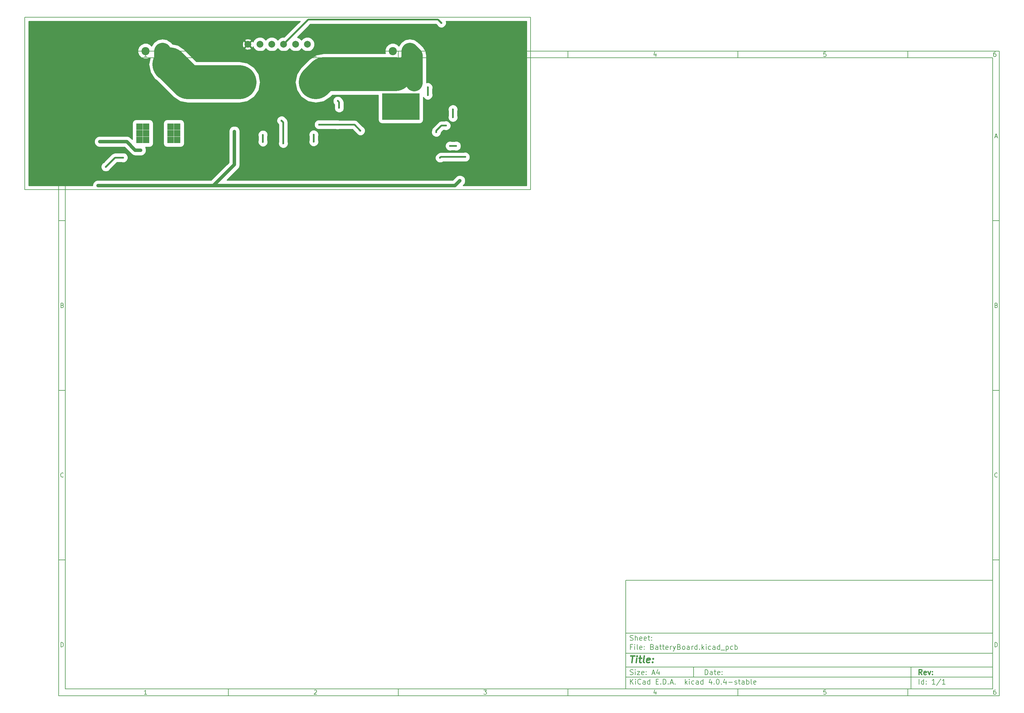
<source format=gbr>
G04 #@! TF.FileFunction,Copper,L2,Bot,Signal*
%FSLAX46Y46*%
G04 Gerber Fmt 4.6, Leading zero omitted, Abs format (unit mm)*
G04 Created by KiCad (PCBNEW 4.0.4-stable) date Saturday, July 15, 2017 'PMt' 05:06:53 PM*
%MOMM*%
%LPD*%
G01*
G04 APERTURE LIST*
%ADD10C,0.100000*%
%ADD11C,0.150000*%
%ADD12C,0.300000*%
%ADD13C,0.400000*%
%ADD14C,2.000000*%
%ADD15R,1.970000X1.946000*%
%ADD16C,2.400000*%
%ADD17R,1.000000X1.000000*%
%ADD18C,0.600000*%
%ADD19C,1.000000*%
%ADD20C,0.500000*%
%ADD21C,1.000000*%
%ADD22C,10.000000*%
%ADD23C,5.000000*%
%ADD24C,0.254000*%
G04 APERTURE END LIST*
D10*
D11*
X177002200Y-166007200D02*
X177002200Y-198007200D01*
X285002200Y-198007200D01*
X285002200Y-166007200D01*
X177002200Y-166007200D01*
D10*
D11*
X10000000Y-10000000D02*
X10000000Y-200007200D01*
X287002200Y-200007200D01*
X287002200Y-10000000D01*
X10000000Y-10000000D01*
D10*
D11*
X12000000Y-12000000D02*
X12000000Y-198007200D01*
X285002200Y-198007200D01*
X285002200Y-12000000D01*
X12000000Y-12000000D01*
D10*
D11*
X60000000Y-12000000D02*
X60000000Y-10000000D01*
D10*
D11*
X110000000Y-12000000D02*
X110000000Y-10000000D01*
D10*
D11*
X160000000Y-12000000D02*
X160000000Y-10000000D01*
D10*
D11*
X210000000Y-12000000D02*
X210000000Y-10000000D01*
D10*
D11*
X260000000Y-12000000D02*
X260000000Y-10000000D01*
D10*
D11*
X35990476Y-11588095D02*
X35247619Y-11588095D01*
X35619048Y-11588095D02*
X35619048Y-10288095D01*
X35495238Y-10473810D01*
X35371429Y-10597619D01*
X35247619Y-10659524D01*
D10*
D11*
X85247619Y-10411905D02*
X85309524Y-10350000D01*
X85433333Y-10288095D01*
X85742857Y-10288095D01*
X85866667Y-10350000D01*
X85928571Y-10411905D01*
X85990476Y-10535714D01*
X85990476Y-10659524D01*
X85928571Y-10845238D01*
X85185714Y-11588095D01*
X85990476Y-11588095D01*
D10*
D11*
X135185714Y-10288095D02*
X135990476Y-10288095D01*
X135557143Y-10783333D01*
X135742857Y-10783333D01*
X135866667Y-10845238D01*
X135928571Y-10907143D01*
X135990476Y-11030952D01*
X135990476Y-11340476D01*
X135928571Y-11464286D01*
X135866667Y-11526190D01*
X135742857Y-11588095D01*
X135371429Y-11588095D01*
X135247619Y-11526190D01*
X135185714Y-11464286D01*
D10*
D11*
X185866667Y-10721429D02*
X185866667Y-11588095D01*
X185557143Y-10226190D02*
X185247619Y-11154762D01*
X186052381Y-11154762D01*
D10*
D11*
X235928571Y-10288095D02*
X235309524Y-10288095D01*
X235247619Y-10907143D01*
X235309524Y-10845238D01*
X235433333Y-10783333D01*
X235742857Y-10783333D01*
X235866667Y-10845238D01*
X235928571Y-10907143D01*
X235990476Y-11030952D01*
X235990476Y-11340476D01*
X235928571Y-11464286D01*
X235866667Y-11526190D01*
X235742857Y-11588095D01*
X235433333Y-11588095D01*
X235309524Y-11526190D01*
X235247619Y-11464286D01*
D10*
D11*
X285866667Y-10288095D02*
X285619048Y-10288095D01*
X285495238Y-10350000D01*
X285433333Y-10411905D01*
X285309524Y-10597619D01*
X285247619Y-10845238D01*
X285247619Y-11340476D01*
X285309524Y-11464286D01*
X285371429Y-11526190D01*
X285495238Y-11588095D01*
X285742857Y-11588095D01*
X285866667Y-11526190D01*
X285928571Y-11464286D01*
X285990476Y-11340476D01*
X285990476Y-11030952D01*
X285928571Y-10907143D01*
X285866667Y-10845238D01*
X285742857Y-10783333D01*
X285495238Y-10783333D01*
X285371429Y-10845238D01*
X285309524Y-10907143D01*
X285247619Y-11030952D01*
D10*
D11*
X60000000Y-198007200D02*
X60000000Y-200007200D01*
D10*
D11*
X110000000Y-198007200D02*
X110000000Y-200007200D01*
D10*
D11*
X160000000Y-198007200D02*
X160000000Y-200007200D01*
D10*
D11*
X210000000Y-198007200D02*
X210000000Y-200007200D01*
D10*
D11*
X260000000Y-198007200D02*
X260000000Y-200007200D01*
D10*
D11*
X35990476Y-199595295D02*
X35247619Y-199595295D01*
X35619048Y-199595295D02*
X35619048Y-198295295D01*
X35495238Y-198481010D01*
X35371429Y-198604819D01*
X35247619Y-198666724D01*
D10*
D11*
X85247619Y-198419105D02*
X85309524Y-198357200D01*
X85433333Y-198295295D01*
X85742857Y-198295295D01*
X85866667Y-198357200D01*
X85928571Y-198419105D01*
X85990476Y-198542914D01*
X85990476Y-198666724D01*
X85928571Y-198852438D01*
X85185714Y-199595295D01*
X85990476Y-199595295D01*
D10*
D11*
X135185714Y-198295295D02*
X135990476Y-198295295D01*
X135557143Y-198790533D01*
X135742857Y-198790533D01*
X135866667Y-198852438D01*
X135928571Y-198914343D01*
X135990476Y-199038152D01*
X135990476Y-199347676D01*
X135928571Y-199471486D01*
X135866667Y-199533390D01*
X135742857Y-199595295D01*
X135371429Y-199595295D01*
X135247619Y-199533390D01*
X135185714Y-199471486D01*
D10*
D11*
X185866667Y-198728629D02*
X185866667Y-199595295D01*
X185557143Y-198233390D02*
X185247619Y-199161962D01*
X186052381Y-199161962D01*
D10*
D11*
X235928571Y-198295295D02*
X235309524Y-198295295D01*
X235247619Y-198914343D01*
X235309524Y-198852438D01*
X235433333Y-198790533D01*
X235742857Y-198790533D01*
X235866667Y-198852438D01*
X235928571Y-198914343D01*
X235990476Y-199038152D01*
X235990476Y-199347676D01*
X235928571Y-199471486D01*
X235866667Y-199533390D01*
X235742857Y-199595295D01*
X235433333Y-199595295D01*
X235309524Y-199533390D01*
X235247619Y-199471486D01*
D10*
D11*
X285866667Y-198295295D02*
X285619048Y-198295295D01*
X285495238Y-198357200D01*
X285433333Y-198419105D01*
X285309524Y-198604819D01*
X285247619Y-198852438D01*
X285247619Y-199347676D01*
X285309524Y-199471486D01*
X285371429Y-199533390D01*
X285495238Y-199595295D01*
X285742857Y-199595295D01*
X285866667Y-199533390D01*
X285928571Y-199471486D01*
X285990476Y-199347676D01*
X285990476Y-199038152D01*
X285928571Y-198914343D01*
X285866667Y-198852438D01*
X285742857Y-198790533D01*
X285495238Y-198790533D01*
X285371429Y-198852438D01*
X285309524Y-198914343D01*
X285247619Y-199038152D01*
D10*
D11*
X10000000Y-60000000D02*
X12000000Y-60000000D01*
D10*
D11*
X10000000Y-110000000D02*
X12000000Y-110000000D01*
D10*
D11*
X10000000Y-160000000D02*
X12000000Y-160000000D01*
D10*
D11*
X10690476Y-35216667D02*
X11309524Y-35216667D01*
X10566667Y-35588095D02*
X11000000Y-34288095D01*
X11433333Y-35588095D01*
D10*
D11*
X11092857Y-84907143D02*
X11278571Y-84969048D01*
X11340476Y-85030952D01*
X11402381Y-85154762D01*
X11402381Y-85340476D01*
X11340476Y-85464286D01*
X11278571Y-85526190D01*
X11154762Y-85588095D01*
X10659524Y-85588095D01*
X10659524Y-84288095D01*
X11092857Y-84288095D01*
X11216667Y-84350000D01*
X11278571Y-84411905D01*
X11340476Y-84535714D01*
X11340476Y-84659524D01*
X11278571Y-84783333D01*
X11216667Y-84845238D01*
X11092857Y-84907143D01*
X10659524Y-84907143D01*
D10*
D11*
X11402381Y-135464286D02*
X11340476Y-135526190D01*
X11154762Y-135588095D01*
X11030952Y-135588095D01*
X10845238Y-135526190D01*
X10721429Y-135402381D01*
X10659524Y-135278571D01*
X10597619Y-135030952D01*
X10597619Y-134845238D01*
X10659524Y-134597619D01*
X10721429Y-134473810D01*
X10845238Y-134350000D01*
X11030952Y-134288095D01*
X11154762Y-134288095D01*
X11340476Y-134350000D01*
X11402381Y-134411905D01*
D10*
D11*
X10659524Y-185588095D02*
X10659524Y-184288095D01*
X10969048Y-184288095D01*
X11154762Y-184350000D01*
X11278571Y-184473810D01*
X11340476Y-184597619D01*
X11402381Y-184845238D01*
X11402381Y-185030952D01*
X11340476Y-185278571D01*
X11278571Y-185402381D01*
X11154762Y-185526190D01*
X10969048Y-185588095D01*
X10659524Y-185588095D01*
D10*
D11*
X287002200Y-60000000D02*
X285002200Y-60000000D01*
D10*
D11*
X287002200Y-110000000D02*
X285002200Y-110000000D01*
D10*
D11*
X287002200Y-160000000D02*
X285002200Y-160000000D01*
D10*
D11*
X285692676Y-35216667D02*
X286311724Y-35216667D01*
X285568867Y-35588095D02*
X286002200Y-34288095D01*
X286435533Y-35588095D01*
D10*
D11*
X286095057Y-84907143D02*
X286280771Y-84969048D01*
X286342676Y-85030952D01*
X286404581Y-85154762D01*
X286404581Y-85340476D01*
X286342676Y-85464286D01*
X286280771Y-85526190D01*
X286156962Y-85588095D01*
X285661724Y-85588095D01*
X285661724Y-84288095D01*
X286095057Y-84288095D01*
X286218867Y-84350000D01*
X286280771Y-84411905D01*
X286342676Y-84535714D01*
X286342676Y-84659524D01*
X286280771Y-84783333D01*
X286218867Y-84845238D01*
X286095057Y-84907143D01*
X285661724Y-84907143D01*
D10*
D11*
X286404581Y-135464286D02*
X286342676Y-135526190D01*
X286156962Y-135588095D01*
X286033152Y-135588095D01*
X285847438Y-135526190D01*
X285723629Y-135402381D01*
X285661724Y-135278571D01*
X285599819Y-135030952D01*
X285599819Y-134845238D01*
X285661724Y-134597619D01*
X285723629Y-134473810D01*
X285847438Y-134350000D01*
X286033152Y-134288095D01*
X286156962Y-134288095D01*
X286342676Y-134350000D01*
X286404581Y-134411905D01*
D10*
D11*
X285661724Y-185588095D02*
X285661724Y-184288095D01*
X285971248Y-184288095D01*
X286156962Y-184350000D01*
X286280771Y-184473810D01*
X286342676Y-184597619D01*
X286404581Y-184845238D01*
X286404581Y-185030952D01*
X286342676Y-185278571D01*
X286280771Y-185402381D01*
X286156962Y-185526190D01*
X285971248Y-185588095D01*
X285661724Y-185588095D01*
D10*
D11*
X200359343Y-193785771D02*
X200359343Y-192285771D01*
X200716486Y-192285771D01*
X200930771Y-192357200D01*
X201073629Y-192500057D01*
X201145057Y-192642914D01*
X201216486Y-192928629D01*
X201216486Y-193142914D01*
X201145057Y-193428629D01*
X201073629Y-193571486D01*
X200930771Y-193714343D01*
X200716486Y-193785771D01*
X200359343Y-193785771D01*
X202502200Y-193785771D02*
X202502200Y-193000057D01*
X202430771Y-192857200D01*
X202287914Y-192785771D01*
X202002200Y-192785771D01*
X201859343Y-192857200D01*
X202502200Y-193714343D02*
X202359343Y-193785771D01*
X202002200Y-193785771D01*
X201859343Y-193714343D01*
X201787914Y-193571486D01*
X201787914Y-193428629D01*
X201859343Y-193285771D01*
X202002200Y-193214343D01*
X202359343Y-193214343D01*
X202502200Y-193142914D01*
X203002200Y-192785771D02*
X203573629Y-192785771D01*
X203216486Y-192285771D02*
X203216486Y-193571486D01*
X203287914Y-193714343D01*
X203430772Y-193785771D01*
X203573629Y-193785771D01*
X204645057Y-193714343D02*
X204502200Y-193785771D01*
X204216486Y-193785771D01*
X204073629Y-193714343D01*
X204002200Y-193571486D01*
X204002200Y-193000057D01*
X204073629Y-192857200D01*
X204216486Y-192785771D01*
X204502200Y-192785771D01*
X204645057Y-192857200D01*
X204716486Y-193000057D01*
X204716486Y-193142914D01*
X204002200Y-193285771D01*
X205359343Y-193642914D02*
X205430771Y-193714343D01*
X205359343Y-193785771D01*
X205287914Y-193714343D01*
X205359343Y-193642914D01*
X205359343Y-193785771D01*
X205359343Y-192857200D02*
X205430771Y-192928629D01*
X205359343Y-193000057D01*
X205287914Y-192928629D01*
X205359343Y-192857200D01*
X205359343Y-193000057D01*
D10*
D11*
X177002200Y-194507200D02*
X285002200Y-194507200D01*
D10*
D11*
X178359343Y-196585771D02*
X178359343Y-195085771D01*
X179216486Y-196585771D02*
X178573629Y-195728629D01*
X179216486Y-195085771D02*
X178359343Y-195942914D01*
X179859343Y-196585771D02*
X179859343Y-195585771D01*
X179859343Y-195085771D02*
X179787914Y-195157200D01*
X179859343Y-195228629D01*
X179930771Y-195157200D01*
X179859343Y-195085771D01*
X179859343Y-195228629D01*
X181430772Y-196442914D02*
X181359343Y-196514343D01*
X181145057Y-196585771D01*
X181002200Y-196585771D01*
X180787915Y-196514343D01*
X180645057Y-196371486D01*
X180573629Y-196228629D01*
X180502200Y-195942914D01*
X180502200Y-195728629D01*
X180573629Y-195442914D01*
X180645057Y-195300057D01*
X180787915Y-195157200D01*
X181002200Y-195085771D01*
X181145057Y-195085771D01*
X181359343Y-195157200D01*
X181430772Y-195228629D01*
X182716486Y-196585771D02*
X182716486Y-195800057D01*
X182645057Y-195657200D01*
X182502200Y-195585771D01*
X182216486Y-195585771D01*
X182073629Y-195657200D01*
X182716486Y-196514343D02*
X182573629Y-196585771D01*
X182216486Y-196585771D01*
X182073629Y-196514343D01*
X182002200Y-196371486D01*
X182002200Y-196228629D01*
X182073629Y-196085771D01*
X182216486Y-196014343D01*
X182573629Y-196014343D01*
X182716486Y-195942914D01*
X184073629Y-196585771D02*
X184073629Y-195085771D01*
X184073629Y-196514343D02*
X183930772Y-196585771D01*
X183645058Y-196585771D01*
X183502200Y-196514343D01*
X183430772Y-196442914D01*
X183359343Y-196300057D01*
X183359343Y-195871486D01*
X183430772Y-195728629D01*
X183502200Y-195657200D01*
X183645058Y-195585771D01*
X183930772Y-195585771D01*
X184073629Y-195657200D01*
X185930772Y-195800057D02*
X186430772Y-195800057D01*
X186645058Y-196585771D02*
X185930772Y-196585771D01*
X185930772Y-195085771D01*
X186645058Y-195085771D01*
X187287915Y-196442914D02*
X187359343Y-196514343D01*
X187287915Y-196585771D01*
X187216486Y-196514343D01*
X187287915Y-196442914D01*
X187287915Y-196585771D01*
X188002201Y-196585771D02*
X188002201Y-195085771D01*
X188359344Y-195085771D01*
X188573629Y-195157200D01*
X188716487Y-195300057D01*
X188787915Y-195442914D01*
X188859344Y-195728629D01*
X188859344Y-195942914D01*
X188787915Y-196228629D01*
X188716487Y-196371486D01*
X188573629Y-196514343D01*
X188359344Y-196585771D01*
X188002201Y-196585771D01*
X189502201Y-196442914D02*
X189573629Y-196514343D01*
X189502201Y-196585771D01*
X189430772Y-196514343D01*
X189502201Y-196442914D01*
X189502201Y-196585771D01*
X190145058Y-196157200D02*
X190859344Y-196157200D01*
X190002201Y-196585771D02*
X190502201Y-195085771D01*
X191002201Y-196585771D01*
X191502201Y-196442914D02*
X191573629Y-196514343D01*
X191502201Y-196585771D01*
X191430772Y-196514343D01*
X191502201Y-196442914D01*
X191502201Y-196585771D01*
X194502201Y-196585771D02*
X194502201Y-195085771D01*
X194645058Y-196014343D02*
X195073629Y-196585771D01*
X195073629Y-195585771D02*
X194502201Y-196157200D01*
X195716487Y-196585771D02*
X195716487Y-195585771D01*
X195716487Y-195085771D02*
X195645058Y-195157200D01*
X195716487Y-195228629D01*
X195787915Y-195157200D01*
X195716487Y-195085771D01*
X195716487Y-195228629D01*
X197073630Y-196514343D02*
X196930773Y-196585771D01*
X196645059Y-196585771D01*
X196502201Y-196514343D01*
X196430773Y-196442914D01*
X196359344Y-196300057D01*
X196359344Y-195871486D01*
X196430773Y-195728629D01*
X196502201Y-195657200D01*
X196645059Y-195585771D01*
X196930773Y-195585771D01*
X197073630Y-195657200D01*
X198359344Y-196585771D02*
X198359344Y-195800057D01*
X198287915Y-195657200D01*
X198145058Y-195585771D01*
X197859344Y-195585771D01*
X197716487Y-195657200D01*
X198359344Y-196514343D02*
X198216487Y-196585771D01*
X197859344Y-196585771D01*
X197716487Y-196514343D01*
X197645058Y-196371486D01*
X197645058Y-196228629D01*
X197716487Y-196085771D01*
X197859344Y-196014343D01*
X198216487Y-196014343D01*
X198359344Y-195942914D01*
X199716487Y-196585771D02*
X199716487Y-195085771D01*
X199716487Y-196514343D02*
X199573630Y-196585771D01*
X199287916Y-196585771D01*
X199145058Y-196514343D01*
X199073630Y-196442914D01*
X199002201Y-196300057D01*
X199002201Y-195871486D01*
X199073630Y-195728629D01*
X199145058Y-195657200D01*
X199287916Y-195585771D01*
X199573630Y-195585771D01*
X199716487Y-195657200D01*
X202216487Y-195585771D02*
X202216487Y-196585771D01*
X201859344Y-195014343D02*
X201502201Y-196085771D01*
X202430773Y-196085771D01*
X203002201Y-196442914D02*
X203073629Y-196514343D01*
X203002201Y-196585771D01*
X202930772Y-196514343D01*
X203002201Y-196442914D01*
X203002201Y-196585771D01*
X204002201Y-195085771D02*
X204145058Y-195085771D01*
X204287915Y-195157200D01*
X204359344Y-195228629D01*
X204430773Y-195371486D01*
X204502201Y-195657200D01*
X204502201Y-196014343D01*
X204430773Y-196300057D01*
X204359344Y-196442914D01*
X204287915Y-196514343D01*
X204145058Y-196585771D01*
X204002201Y-196585771D01*
X203859344Y-196514343D01*
X203787915Y-196442914D01*
X203716487Y-196300057D01*
X203645058Y-196014343D01*
X203645058Y-195657200D01*
X203716487Y-195371486D01*
X203787915Y-195228629D01*
X203859344Y-195157200D01*
X204002201Y-195085771D01*
X205145058Y-196442914D02*
X205216486Y-196514343D01*
X205145058Y-196585771D01*
X205073629Y-196514343D01*
X205145058Y-196442914D01*
X205145058Y-196585771D01*
X206502201Y-195585771D02*
X206502201Y-196585771D01*
X206145058Y-195014343D02*
X205787915Y-196085771D01*
X206716487Y-196085771D01*
X207287915Y-196014343D02*
X208430772Y-196014343D01*
X209073629Y-196514343D02*
X209216486Y-196585771D01*
X209502201Y-196585771D01*
X209645058Y-196514343D01*
X209716486Y-196371486D01*
X209716486Y-196300057D01*
X209645058Y-196157200D01*
X209502201Y-196085771D01*
X209287915Y-196085771D01*
X209145058Y-196014343D01*
X209073629Y-195871486D01*
X209073629Y-195800057D01*
X209145058Y-195657200D01*
X209287915Y-195585771D01*
X209502201Y-195585771D01*
X209645058Y-195657200D01*
X210145058Y-195585771D02*
X210716487Y-195585771D01*
X210359344Y-195085771D02*
X210359344Y-196371486D01*
X210430772Y-196514343D01*
X210573630Y-196585771D01*
X210716487Y-196585771D01*
X211859344Y-196585771D02*
X211859344Y-195800057D01*
X211787915Y-195657200D01*
X211645058Y-195585771D01*
X211359344Y-195585771D01*
X211216487Y-195657200D01*
X211859344Y-196514343D02*
X211716487Y-196585771D01*
X211359344Y-196585771D01*
X211216487Y-196514343D01*
X211145058Y-196371486D01*
X211145058Y-196228629D01*
X211216487Y-196085771D01*
X211359344Y-196014343D01*
X211716487Y-196014343D01*
X211859344Y-195942914D01*
X212573630Y-196585771D02*
X212573630Y-195085771D01*
X212573630Y-195657200D02*
X212716487Y-195585771D01*
X213002201Y-195585771D01*
X213145058Y-195657200D01*
X213216487Y-195728629D01*
X213287916Y-195871486D01*
X213287916Y-196300057D01*
X213216487Y-196442914D01*
X213145058Y-196514343D01*
X213002201Y-196585771D01*
X212716487Y-196585771D01*
X212573630Y-196514343D01*
X214145059Y-196585771D02*
X214002201Y-196514343D01*
X213930773Y-196371486D01*
X213930773Y-195085771D01*
X215287915Y-196514343D02*
X215145058Y-196585771D01*
X214859344Y-196585771D01*
X214716487Y-196514343D01*
X214645058Y-196371486D01*
X214645058Y-195800057D01*
X214716487Y-195657200D01*
X214859344Y-195585771D01*
X215145058Y-195585771D01*
X215287915Y-195657200D01*
X215359344Y-195800057D01*
X215359344Y-195942914D01*
X214645058Y-196085771D01*
D10*
D11*
X177002200Y-191507200D02*
X285002200Y-191507200D01*
D10*
D12*
X264216486Y-193785771D02*
X263716486Y-193071486D01*
X263359343Y-193785771D02*
X263359343Y-192285771D01*
X263930771Y-192285771D01*
X264073629Y-192357200D01*
X264145057Y-192428629D01*
X264216486Y-192571486D01*
X264216486Y-192785771D01*
X264145057Y-192928629D01*
X264073629Y-193000057D01*
X263930771Y-193071486D01*
X263359343Y-193071486D01*
X265430771Y-193714343D02*
X265287914Y-193785771D01*
X265002200Y-193785771D01*
X264859343Y-193714343D01*
X264787914Y-193571486D01*
X264787914Y-193000057D01*
X264859343Y-192857200D01*
X265002200Y-192785771D01*
X265287914Y-192785771D01*
X265430771Y-192857200D01*
X265502200Y-193000057D01*
X265502200Y-193142914D01*
X264787914Y-193285771D01*
X266002200Y-192785771D02*
X266359343Y-193785771D01*
X266716485Y-192785771D01*
X267287914Y-193642914D02*
X267359342Y-193714343D01*
X267287914Y-193785771D01*
X267216485Y-193714343D01*
X267287914Y-193642914D01*
X267287914Y-193785771D01*
X267287914Y-192857200D02*
X267359342Y-192928629D01*
X267287914Y-193000057D01*
X267216485Y-192928629D01*
X267287914Y-192857200D01*
X267287914Y-193000057D01*
D10*
D11*
X178287914Y-193714343D02*
X178502200Y-193785771D01*
X178859343Y-193785771D01*
X179002200Y-193714343D01*
X179073629Y-193642914D01*
X179145057Y-193500057D01*
X179145057Y-193357200D01*
X179073629Y-193214343D01*
X179002200Y-193142914D01*
X178859343Y-193071486D01*
X178573629Y-193000057D01*
X178430771Y-192928629D01*
X178359343Y-192857200D01*
X178287914Y-192714343D01*
X178287914Y-192571486D01*
X178359343Y-192428629D01*
X178430771Y-192357200D01*
X178573629Y-192285771D01*
X178930771Y-192285771D01*
X179145057Y-192357200D01*
X179787914Y-193785771D02*
X179787914Y-192785771D01*
X179787914Y-192285771D02*
X179716485Y-192357200D01*
X179787914Y-192428629D01*
X179859342Y-192357200D01*
X179787914Y-192285771D01*
X179787914Y-192428629D01*
X180359343Y-192785771D02*
X181145057Y-192785771D01*
X180359343Y-193785771D01*
X181145057Y-193785771D01*
X182287914Y-193714343D02*
X182145057Y-193785771D01*
X181859343Y-193785771D01*
X181716486Y-193714343D01*
X181645057Y-193571486D01*
X181645057Y-193000057D01*
X181716486Y-192857200D01*
X181859343Y-192785771D01*
X182145057Y-192785771D01*
X182287914Y-192857200D01*
X182359343Y-193000057D01*
X182359343Y-193142914D01*
X181645057Y-193285771D01*
X183002200Y-193642914D02*
X183073628Y-193714343D01*
X183002200Y-193785771D01*
X182930771Y-193714343D01*
X183002200Y-193642914D01*
X183002200Y-193785771D01*
X183002200Y-192857200D02*
X183073628Y-192928629D01*
X183002200Y-193000057D01*
X182930771Y-192928629D01*
X183002200Y-192857200D01*
X183002200Y-193000057D01*
X184787914Y-193357200D02*
X185502200Y-193357200D01*
X184645057Y-193785771D02*
X185145057Y-192285771D01*
X185645057Y-193785771D01*
X186787914Y-192785771D02*
X186787914Y-193785771D01*
X186430771Y-192214343D02*
X186073628Y-193285771D01*
X187002200Y-193285771D01*
D10*
D11*
X263359343Y-196585771D02*
X263359343Y-195085771D01*
X264716486Y-196585771D02*
X264716486Y-195085771D01*
X264716486Y-196514343D02*
X264573629Y-196585771D01*
X264287915Y-196585771D01*
X264145057Y-196514343D01*
X264073629Y-196442914D01*
X264002200Y-196300057D01*
X264002200Y-195871486D01*
X264073629Y-195728629D01*
X264145057Y-195657200D01*
X264287915Y-195585771D01*
X264573629Y-195585771D01*
X264716486Y-195657200D01*
X265430772Y-196442914D02*
X265502200Y-196514343D01*
X265430772Y-196585771D01*
X265359343Y-196514343D01*
X265430772Y-196442914D01*
X265430772Y-196585771D01*
X265430772Y-195657200D02*
X265502200Y-195728629D01*
X265430772Y-195800057D01*
X265359343Y-195728629D01*
X265430772Y-195657200D01*
X265430772Y-195800057D01*
X268073629Y-196585771D02*
X267216486Y-196585771D01*
X267645058Y-196585771D02*
X267645058Y-195085771D01*
X267502201Y-195300057D01*
X267359343Y-195442914D01*
X267216486Y-195514343D01*
X269787914Y-195014343D02*
X268502200Y-196942914D01*
X271073629Y-196585771D02*
X270216486Y-196585771D01*
X270645058Y-196585771D02*
X270645058Y-195085771D01*
X270502201Y-195300057D01*
X270359343Y-195442914D01*
X270216486Y-195514343D01*
D10*
D11*
X177002200Y-187507200D02*
X285002200Y-187507200D01*
D10*
D13*
X178454581Y-188211962D02*
X179597438Y-188211962D01*
X178776010Y-190211962D02*
X179026010Y-188211962D01*
X180014105Y-190211962D02*
X180180771Y-188878629D01*
X180264105Y-188211962D02*
X180156962Y-188307200D01*
X180240295Y-188402438D01*
X180347439Y-188307200D01*
X180264105Y-188211962D01*
X180240295Y-188402438D01*
X180847438Y-188878629D02*
X181609343Y-188878629D01*
X181216486Y-188211962D02*
X181002200Y-189926248D01*
X181073630Y-190116724D01*
X181252201Y-190211962D01*
X181442677Y-190211962D01*
X182395058Y-190211962D02*
X182216487Y-190116724D01*
X182145057Y-189926248D01*
X182359343Y-188211962D01*
X183930772Y-190116724D02*
X183728391Y-190211962D01*
X183347439Y-190211962D01*
X183168867Y-190116724D01*
X183097438Y-189926248D01*
X183192676Y-189164343D01*
X183311724Y-188973867D01*
X183514105Y-188878629D01*
X183895057Y-188878629D01*
X184073629Y-188973867D01*
X184145057Y-189164343D01*
X184121248Y-189354819D01*
X183145057Y-189545295D01*
X184895057Y-190021486D02*
X184978392Y-190116724D01*
X184871248Y-190211962D01*
X184787915Y-190116724D01*
X184895057Y-190021486D01*
X184871248Y-190211962D01*
X185026010Y-188973867D02*
X185109344Y-189069105D01*
X185002200Y-189164343D01*
X184918867Y-189069105D01*
X185026010Y-188973867D01*
X185002200Y-189164343D01*
D10*
D11*
X178859343Y-185600057D02*
X178359343Y-185600057D01*
X178359343Y-186385771D02*
X178359343Y-184885771D01*
X179073629Y-184885771D01*
X179645057Y-186385771D02*
X179645057Y-185385771D01*
X179645057Y-184885771D02*
X179573628Y-184957200D01*
X179645057Y-185028629D01*
X179716485Y-184957200D01*
X179645057Y-184885771D01*
X179645057Y-185028629D01*
X180573629Y-186385771D02*
X180430771Y-186314343D01*
X180359343Y-186171486D01*
X180359343Y-184885771D01*
X181716485Y-186314343D02*
X181573628Y-186385771D01*
X181287914Y-186385771D01*
X181145057Y-186314343D01*
X181073628Y-186171486D01*
X181073628Y-185600057D01*
X181145057Y-185457200D01*
X181287914Y-185385771D01*
X181573628Y-185385771D01*
X181716485Y-185457200D01*
X181787914Y-185600057D01*
X181787914Y-185742914D01*
X181073628Y-185885771D01*
X182430771Y-186242914D02*
X182502199Y-186314343D01*
X182430771Y-186385771D01*
X182359342Y-186314343D01*
X182430771Y-186242914D01*
X182430771Y-186385771D01*
X182430771Y-185457200D02*
X182502199Y-185528629D01*
X182430771Y-185600057D01*
X182359342Y-185528629D01*
X182430771Y-185457200D01*
X182430771Y-185600057D01*
X184787914Y-185600057D02*
X185002200Y-185671486D01*
X185073628Y-185742914D01*
X185145057Y-185885771D01*
X185145057Y-186100057D01*
X185073628Y-186242914D01*
X185002200Y-186314343D01*
X184859342Y-186385771D01*
X184287914Y-186385771D01*
X184287914Y-184885771D01*
X184787914Y-184885771D01*
X184930771Y-184957200D01*
X185002200Y-185028629D01*
X185073628Y-185171486D01*
X185073628Y-185314343D01*
X185002200Y-185457200D01*
X184930771Y-185528629D01*
X184787914Y-185600057D01*
X184287914Y-185600057D01*
X186430771Y-186385771D02*
X186430771Y-185600057D01*
X186359342Y-185457200D01*
X186216485Y-185385771D01*
X185930771Y-185385771D01*
X185787914Y-185457200D01*
X186430771Y-186314343D02*
X186287914Y-186385771D01*
X185930771Y-186385771D01*
X185787914Y-186314343D01*
X185716485Y-186171486D01*
X185716485Y-186028629D01*
X185787914Y-185885771D01*
X185930771Y-185814343D01*
X186287914Y-185814343D01*
X186430771Y-185742914D01*
X186930771Y-185385771D02*
X187502200Y-185385771D01*
X187145057Y-184885771D02*
X187145057Y-186171486D01*
X187216485Y-186314343D01*
X187359343Y-186385771D01*
X187502200Y-186385771D01*
X187787914Y-185385771D02*
X188359343Y-185385771D01*
X188002200Y-184885771D02*
X188002200Y-186171486D01*
X188073628Y-186314343D01*
X188216486Y-186385771D01*
X188359343Y-186385771D01*
X189430771Y-186314343D02*
X189287914Y-186385771D01*
X189002200Y-186385771D01*
X188859343Y-186314343D01*
X188787914Y-186171486D01*
X188787914Y-185600057D01*
X188859343Y-185457200D01*
X189002200Y-185385771D01*
X189287914Y-185385771D01*
X189430771Y-185457200D01*
X189502200Y-185600057D01*
X189502200Y-185742914D01*
X188787914Y-185885771D01*
X190145057Y-186385771D02*
X190145057Y-185385771D01*
X190145057Y-185671486D02*
X190216485Y-185528629D01*
X190287914Y-185457200D01*
X190430771Y-185385771D01*
X190573628Y-185385771D01*
X190930771Y-185385771D02*
X191287914Y-186385771D01*
X191645056Y-185385771D02*
X191287914Y-186385771D01*
X191145056Y-186742914D01*
X191073628Y-186814343D01*
X190930771Y-186885771D01*
X192716485Y-185600057D02*
X192930771Y-185671486D01*
X193002199Y-185742914D01*
X193073628Y-185885771D01*
X193073628Y-186100057D01*
X193002199Y-186242914D01*
X192930771Y-186314343D01*
X192787913Y-186385771D01*
X192216485Y-186385771D01*
X192216485Y-184885771D01*
X192716485Y-184885771D01*
X192859342Y-184957200D01*
X192930771Y-185028629D01*
X193002199Y-185171486D01*
X193002199Y-185314343D01*
X192930771Y-185457200D01*
X192859342Y-185528629D01*
X192716485Y-185600057D01*
X192216485Y-185600057D01*
X193930771Y-186385771D02*
X193787913Y-186314343D01*
X193716485Y-186242914D01*
X193645056Y-186100057D01*
X193645056Y-185671486D01*
X193716485Y-185528629D01*
X193787913Y-185457200D01*
X193930771Y-185385771D01*
X194145056Y-185385771D01*
X194287913Y-185457200D01*
X194359342Y-185528629D01*
X194430771Y-185671486D01*
X194430771Y-186100057D01*
X194359342Y-186242914D01*
X194287913Y-186314343D01*
X194145056Y-186385771D01*
X193930771Y-186385771D01*
X195716485Y-186385771D02*
X195716485Y-185600057D01*
X195645056Y-185457200D01*
X195502199Y-185385771D01*
X195216485Y-185385771D01*
X195073628Y-185457200D01*
X195716485Y-186314343D02*
X195573628Y-186385771D01*
X195216485Y-186385771D01*
X195073628Y-186314343D01*
X195002199Y-186171486D01*
X195002199Y-186028629D01*
X195073628Y-185885771D01*
X195216485Y-185814343D01*
X195573628Y-185814343D01*
X195716485Y-185742914D01*
X196430771Y-186385771D02*
X196430771Y-185385771D01*
X196430771Y-185671486D02*
X196502199Y-185528629D01*
X196573628Y-185457200D01*
X196716485Y-185385771D01*
X196859342Y-185385771D01*
X198002199Y-186385771D02*
X198002199Y-184885771D01*
X198002199Y-186314343D02*
X197859342Y-186385771D01*
X197573628Y-186385771D01*
X197430770Y-186314343D01*
X197359342Y-186242914D01*
X197287913Y-186100057D01*
X197287913Y-185671486D01*
X197359342Y-185528629D01*
X197430770Y-185457200D01*
X197573628Y-185385771D01*
X197859342Y-185385771D01*
X198002199Y-185457200D01*
X198716485Y-186242914D02*
X198787913Y-186314343D01*
X198716485Y-186385771D01*
X198645056Y-186314343D01*
X198716485Y-186242914D01*
X198716485Y-186385771D01*
X199430771Y-186385771D02*
X199430771Y-184885771D01*
X199573628Y-185814343D02*
X200002199Y-186385771D01*
X200002199Y-185385771D02*
X199430771Y-185957200D01*
X200645057Y-186385771D02*
X200645057Y-185385771D01*
X200645057Y-184885771D02*
X200573628Y-184957200D01*
X200645057Y-185028629D01*
X200716485Y-184957200D01*
X200645057Y-184885771D01*
X200645057Y-185028629D01*
X202002200Y-186314343D02*
X201859343Y-186385771D01*
X201573629Y-186385771D01*
X201430771Y-186314343D01*
X201359343Y-186242914D01*
X201287914Y-186100057D01*
X201287914Y-185671486D01*
X201359343Y-185528629D01*
X201430771Y-185457200D01*
X201573629Y-185385771D01*
X201859343Y-185385771D01*
X202002200Y-185457200D01*
X203287914Y-186385771D02*
X203287914Y-185600057D01*
X203216485Y-185457200D01*
X203073628Y-185385771D01*
X202787914Y-185385771D01*
X202645057Y-185457200D01*
X203287914Y-186314343D02*
X203145057Y-186385771D01*
X202787914Y-186385771D01*
X202645057Y-186314343D01*
X202573628Y-186171486D01*
X202573628Y-186028629D01*
X202645057Y-185885771D01*
X202787914Y-185814343D01*
X203145057Y-185814343D01*
X203287914Y-185742914D01*
X204645057Y-186385771D02*
X204645057Y-184885771D01*
X204645057Y-186314343D02*
X204502200Y-186385771D01*
X204216486Y-186385771D01*
X204073628Y-186314343D01*
X204002200Y-186242914D01*
X203930771Y-186100057D01*
X203930771Y-185671486D01*
X204002200Y-185528629D01*
X204073628Y-185457200D01*
X204216486Y-185385771D01*
X204502200Y-185385771D01*
X204645057Y-185457200D01*
X205002200Y-186528629D02*
X206145057Y-186528629D01*
X206502200Y-185385771D02*
X206502200Y-186885771D01*
X206502200Y-185457200D02*
X206645057Y-185385771D01*
X206930771Y-185385771D01*
X207073628Y-185457200D01*
X207145057Y-185528629D01*
X207216486Y-185671486D01*
X207216486Y-186100057D01*
X207145057Y-186242914D01*
X207073628Y-186314343D01*
X206930771Y-186385771D01*
X206645057Y-186385771D01*
X206502200Y-186314343D01*
X208502200Y-186314343D02*
X208359343Y-186385771D01*
X208073629Y-186385771D01*
X207930771Y-186314343D01*
X207859343Y-186242914D01*
X207787914Y-186100057D01*
X207787914Y-185671486D01*
X207859343Y-185528629D01*
X207930771Y-185457200D01*
X208073629Y-185385771D01*
X208359343Y-185385771D01*
X208502200Y-185457200D01*
X209145057Y-186385771D02*
X209145057Y-184885771D01*
X209145057Y-185457200D02*
X209287914Y-185385771D01*
X209573628Y-185385771D01*
X209716485Y-185457200D01*
X209787914Y-185528629D01*
X209859343Y-185671486D01*
X209859343Y-186100057D01*
X209787914Y-186242914D01*
X209716485Y-186314343D01*
X209573628Y-186385771D01*
X209287914Y-186385771D01*
X209145057Y-186314343D01*
D10*
D11*
X177002200Y-181507200D02*
X285002200Y-181507200D01*
D10*
D11*
X178287914Y-183614343D02*
X178502200Y-183685771D01*
X178859343Y-183685771D01*
X179002200Y-183614343D01*
X179073629Y-183542914D01*
X179145057Y-183400057D01*
X179145057Y-183257200D01*
X179073629Y-183114343D01*
X179002200Y-183042914D01*
X178859343Y-182971486D01*
X178573629Y-182900057D01*
X178430771Y-182828629D01*
X178359343Y-182757200D01*
X178287914Y-182614343D01*
X178287914Y-182471486D01*
X178359343Y-182328629D01*
X178430771Y-182257200D01*
X178573629Y-182185771D01*
X178930771Y-182185771D01*
X179145057Y-182257200D01*
X179787914Y-183685771D02*
X179787914Y-182185771D01*
X180430771Y-183685771D02*
X180430771Y-182900057D01*
X180359342Y-182757200D01*
X180216485Y-182685771D01*
X180002200Y-182685771D01*
X179859342Y-182757200D01*
X179787914Y-182828629D01*
X181716485Y-183614343D02*
X181573628Y-183685771D01*
X181287914Y-183685771D01*
X181145057Y-183614343D01*
X181073628Y-183471486D01*
X181073628Y-182900057D01*
X181145057Y-182757200D01*
X181287914Y-182685771D01*
X181573628Y-182685771D01*
X181716485Y-182757200D01*
X181787914Y-182900057D01*
X181787914Y-183042914D01*
X181073628Y-183185771D01*
X183002199Y-183614343D02*
X182859342Y-183685771D01*
X182573628Y-183685771D01*
X182430771Y-183614343D01*
X182359342Y-183471486D01*
X182359342Y-182900057D01*
X182430771Y-182757200D01*
X182573628Y-182685771D01*
X182859342Y-182685771D01*
X183002199Y-182757200D01*
X183073628Y-182900057D01*
X183073628Y-183042914D01*
X182359342Y-183185771D01*
X183502199Y-182685771D02*
X184073628Y-182685771D01*
X183716485Y-182185771D02*
X183716485Y-183471486D01*
X183787913Y-183614343D01*
X183930771Y-183685771D01*
X184073628Y-183685771D01*
X184573628Y-183542914D02*
X184645056Y-183614343D01*
X184573628Y-183685771D01*
X184502199Y-183614343D01*
X184573628Y-183542914D01*
X184573628Y-183685771D01*
X184573628Y-182757200D02*
X184645056Y-182828629D01*
X184573628Y-182900057D01*
X184502199Y-182828629D01*
X184573628Y-182757200D01*
X184573628Y-182900057D01*
D10*
D11*
X197002200Y-191507200D02*
X197002200Y-194507200D01*
D10*
D11*
X261002200Y-191507200D02*
X261002200Y-198007200D01*
X0Y-50800000D02*
X148971000Y-50800000D01*
X0Y0D02*
X0Y-50800000D01*
X148971000Y0D02*
X148971000Y-50800000D01*
X0Y0D02*
X148971000Y0D01*
D14*
X83250000Y-8000000D03*
X79750000Y-8000000D03*
X76250000Y-8000000D03*
X72750000Y-8000000D03*
X69250000Y-8000000D03*
X65750000Y-8000000D03*
D15*
X35760000Y-34250000D03*
X33790000Y-34250000D03*
X33790000Y-36196000D03*
X35760000Y-36196000D03*
X35760000Y-32304000D03*
X33790000Y-32304000D03*
X44910000Y-34250000D03*
X42940000Y-34250000D03*
X42940000Y-36196000D03*
X44910000Y-36196000D03*
X44910000Y-32304000D03*
X42940000Y-32304000D03*
D14*
X63250000Y-19150000D03*
X85750000Y-19150000D03*
D16*
X40600000Y-10000000D03*
X35600000Y-10000000D03*
X113400000Y-10000000D03*
X108400000Y-10000000D03*
D17*
X105760000Y-22935000D03*
X106760000Y-22935000D03*
X106760000Y-23935000D03*
X105760000Y-23935000D03*
X107760000Y-23935000D03*
X108760000Y-23935000D03*
X108760000Y-22935000D03*
X107760000Y-22935000D03*
X111760000Y-22935000D03*
X112760000Y-22935000D03*
X112760000Y-23935000D03*
X111760000Y-23935000D03*
X109760000Y-23935000D03*
X110760000Y-23935000D03*
X110760000Y-22935000D03*
X109760000Y-22935000D03*
X113760000Y-22935000D03*
X113760000Y-23935000D03*
X114760000Y-23935000D03*
X115760000Y-23935000D03*
X115760000Y-22935000D03*
X114760000Y-22935000D03*
X114760000Y-24935000D03*
X115760000Y-24935000D03*
X115760000Y-25935000D03*
X114760000Y-25935000D03*
X113760000Y-25935000D03*
X113760000Y-24935000D03*
X109760000Y-24935000D03*
X110760000Y-24935000D03*
X110760000Y-25935000D03*
X109760000Y-25935000D03*
X111760000Y-25935000D03*
X112760000Y-25935000D03*
X112760000Y-24935000D03*
X111760000Y-24935000D03*
X107760000Y-24935000D03*
X108760000Y-24935000D03*
X108760000Y-25935000D03*
X107760000Y-25935000D03*
X105760000Y-25935000D03*
X106760000Y-25935000D03*
X106760000Y-24935000D03*
X105760000Y-24935000D03*
X105760000Y-27705000D03*
X105760000Y-26925000D03*
X106760000Y-26925000D03*
X106760000Y-27705000D03*
X107760000Y-27705000D03*
X108760000Y-27705000D03*
X108760000Y-26925000D03*
X109760000Y-27705000D03*
X110760000Y-26925000D03*
X107760000Y-26925000D03*
X110760000Y-27705000D03*
X109760000Y-26925000D03*
X109760000Y-28705000D03*
X110760000Y-28705000D03*
X110760000Y-29705000D03*
X109760000Y-29705000D03*
X111760000Y-29705000D03*
X108760000Y-28705000D03*
X111760000Y-28705000D03*
X108760000Y-29705000D03*
X114760000Y-27705000D03*
X115760000Y-27705000D03*
X115760000Y-26925000D03*
X114760000Y-28705000D03*
X114760000Y-26925000D03*
X115760000Y-28705000D03*
X107760000Y-29705000D03*
X105760000Y-29705000D03*
X106760000Y-29705000D03*
X106760000Y-28705000D03*
X107760000Y-28705000D03*
X105760000Y-28705000D03*
X112760000Y-29705000D03*
X113760000Y-28705000D03*
X115760000Y-29705000D03*
X114760000Y-29705000D03*
X113760000Y-29705000D03*
X112760000Y-28705000D03*
X112760000Y-26925000D03*
X111760000Y-27705000D03*
X113760000Y-26925000D03*
X113760000Y-27705000D03*
X112760000Y-27705000D03*
X111760000Y-26925000D03*
D18*
X85100000Y-34650000D03*
X85100000Y-36700000D03*
X70150000Y-34700000D03*
X70150000Y-36750000D03*
D19*
X61750000Y-33700000D03*
X128150000Y-48200000D03*
D18*
X127050000Y-37950000D03*
X125250000Y-37950000D03*
D19*
X21600000Y-49650000D03*
D18*
X124050000Y-31950000D03*
X121200000Y-33900000D03*
X118700000Y-20700000D03*
X118700000Y-22950000D03*
D19*
X34150000Y-39200000D03*
X22150000Y-36700000D03*
D18*
X122300000Y-41450000D03*
X129700000Y-41200000D03*
X122700000Y-1700000D03*
X92200000Y-24700000D03*
X92600000Y-26700000D03*
X98850000Y-33450000D03*
X92200000Y-31700000D03*
X86700000Y-31650000D03*
X126100000Y-29500000D03*
X126100000Y-27200000D03*
X29000000Y-41400000D03*
X23900000Y-44100000D03*
X75650000Y-30500000D03*
X76150000Y-37200000D03*
X44700000Y-45200000D03*
X41900000Y-45200000D03*
D19*
X21600000Y-45650000D03*
D18*
X29400000Y-43250000D03*
X29000000Y-39550000D03*
X29200000Y-46300000D03*
X34650000Y-46500000D03*
X43300000Y-46700000D03*
X100550000Y-10600000D03*
X92350000Y-10600000D03*
X122650000Y-46000000D03*
X122450000Y-36850000D03*
X126150000Y-34700000D03*
X86700000Y-29100000D03*
X90800000Y-38000000D03*
X80800000Y-34400000D03*
D20*
X85100000Y-36700000D02*
X85100000Y-34650000D01*
X70150000Y-36750000D02*
X70150000Y-34700000D01*
D21*
X21600000Y-49650000D02*
X55600000Y-49650000D01*
X55600000Y-49650000D02*
X126700000Y-49650000D01*
X61750000Y-33700000D02*
X61750000Y-43500000D01*
X61750000Y-43500000D02*
X55600000Y-49650000D01*
D20*
X125250000Y-37950000D02*
X127050000Y-37950000D01*
D21*
X126700000Y-49650000D02*
X128150000Y-48200000D01*
D20*
X122725736Y-31950000D02*
X124050000Y-31950000D01*
X121200000Y-33900000D02*
X121200000Y-33475736D01*
X121200000Y-33475736D02*
X122725736Y-31950000D01*
X118700000Y-22950000D02*
X118700000Y-20700000D01*
D21*
X30050000Y-36700000D02*
X32550000Y-39200000D01*
X32550000Y-39200000D02*
X34150000Y-39200000D01*
X22857106Y-36700000D02*
X30050000Y-36700000D01*
X22150000Y-36700000D02*
X22857106Y-36700000D01*
D20*
X129700000Y-41200000D02*
X122550000Y-41200000D01*
X122550000Y-41200000D02*
X122300000Y-41450000D01*
X83550000Y-700000D02*
X121700000Y-700000D01*
X121700000Y-700000D02*
X122700000Y-1700000D01*
X76250000Y-8000000D02*
X83550000Y-700000D01*
X92600000Y-26700000D02*
X92600000Y-25100000D01*
X92600000Y-25100000D02*
X92200000Y-24700000D01*
X92200000Y-31700000D02*
X97100000Y-31700000D01*
X97100000Y-31700000D02*
X98850000Y-33450000D01*
X86700000Y-31650000D02*
X92150000Y-31650000D01*
X92150000Y-31650000D02*
X92200000Y-31700000D01*
X126100000Y-27200000D02*
X126100000Y-29500000D01*
X23900000Y-44100000D02*
X26600000Y-41400000D01*
X26600000Y-41400000D02*
X29000000Y-41400000D01*
X76150000Y-36775736D02*
X76150000Y-31000000D01*
X76150000Y-31000000D02*
X75650000Y-30500000D01*
X76150000Y-37200000D02*
X76150000Y-36775736D01*
D22*
X42800000Y-13900000D02*
X48050000Y-19150000D01*
X48050000Y-19150000D02*
X63250000Y-19150000D01*
X42650000Y-13900000D02*
X42800000Y-13900000D01*
D23*
X40600000Y-11850000D02*
X42650000Y-13900000D01*
X40600000Y-10000000D02*
X40600000Y-11850000D01*
X114700000Y-11300000D02*
X114700000Y-19300000D01*
X113400000Y-10000000D02*
X114700000Y-11300000D01*
X113400000Y-10000000D02*
X113400000Y-12600000D01*
X113400000Y-12600000D02*
X109200000Y-16800000D01*
D22*
X88100000Y-16800000D02*
X109200000Y-16800000D01*
X85750000Y-19150000D02*
X88100000Y-16800000D01*
D24*
G36*
X76429472Y-5873156D02*
X75828770Y-5872632D01*
X75046726Y-6195766D01*
X74499570Y-6741967D01*
X73956422Y-6197869D01*
X73174943Y-5873370D01*
X72328770Y-5872632D01*
X71546726Y-6195766D01*
X70999570Y-6741967D01*
X70456422Y-6197869D01*
X69674943Y-5873370D01*
X68828770Y-5872632D01*
X68046726Y-6195766D01*
X67447869Y-6793578D01*
X67239579Y-7295195D01*
X67169387Y-7125736D01*
X66902532Y-7027073D01*
X65929605Y-8000000D01*
X66902532Y-8972927D01*
X67169387Y-8874264D01*
X67235875Y-8695299D01*
X67445766Y-9203274D01*
X68043578Y-9802131D01*
X68825057Y-10126630D01*
X69671230Y-10127368D01*
X70453274Y-9804234D01*
X71000430Y-9258033D01*
X71543578Y-9802131D01*
X72325057Y-10126630D01*
X73171230Y-10127368D01*
X73953274Y-9804234D01*
X74500430Y-9258033D01*
X75043578Y-9802131D01*
X75825057Y-10126630D01*
X76671230Y-10127368D01*
X77453274Y-9804234D01*
X78000430Y-9258033D01*
X78543578Y-9802131D01*
X79325057Y-10126630D01*
X80171230Y-10127368D01*
X80953274Y-9804234D01*
X81500430Y-9258033D01*
X82043578Y-9802131D01*
X82825057Y-10126630D01*
X83671230Y-10127368D01*
X84453274Y-9804234D01*
X85052131Y-9206422D01*
X85376630Y-8424943D01*
X85377368Y-7578770D01*
X85054234Y-6796726D01*
X84456422Y-6197869D01*
X83674943Y-5873370D01*
X82828770Y-5872632D01*
X82046726Y-6195766D01*
X81499570Y-6741967D01*
X80956422Y-6197869D01*
X80280267Y-5917105D01*
X84120372Y-2077000D01*
X121129628Y-2077000D01*
X121440000Y-2387372D01*
X121489543Y-2507275D01*
X121890614Y-2909047D01*
X122414907Y-3126752D01*
X122982603Y-3127248D01*
X123507275Y-2910457D01*
X123909047Y-2509386D01*
X124126752Y-1985093D01*
X124127248Y-1417397D01*
X124038247Y-1202000D01*
X147769000Y-1202000D01*
X147769000Y-49598000D01*
X129052925Y-49598000D01*
X129299459Y-49351466D01*
X129528499Y-49122825D01*
X129776717Y-48525050D01*
X129777282Y-47877789D01*
X129530108Y-47279582D01*
X129072825Y-46821501D01*
X128475050Y-46573283D01*
X128150001Y-46572999D01*
X128149999Y-46572999D01*
X127827789Y-46572718D01*
X127229582Y-46819892D01*
X126771501Y-47277175D01*
X126771218Y-47277857D01*
X126026074Y-48023000D01*
X59527926Y-48023000D01*
X62900460Y-44650465D01*
X62900463Y-44650463D01*
X63253152Y-44122626D01*
X63377000Y-43500000D01*
X63377000Y-41732603D01*
X120872752Y-41732603D01*
X121089543Y-42257275D01*
X121490614Y-42659047D01*
X122014907Y-42876752D01*
X122582603Y-42877248D01*
X123107275Y-42660457D01*
X123190878Y-42577000D01*
X129295091Y-42577000D01*
X129414907Y-42626752D01*
X129982603Y-42627248D01*
X130507275Y-42410457D01*
X130909047Y-42009386D01*
X131126752Y-41485093D01*
X131127248Y-40917397D01*
X130910457Y-40392725D01*
X130509386Y-39990953D01*
X129985093Y-39773248D01*
X129417397Y-39772752D01*
X129295788Y-39823000D01*
X122550000Y-39823000D01*
X122023045Y-39927818D01*
X121659885Y-40170473D01*
X121492725Y-40239543D01*
X121090953Y-40640614D01*
X120873248Y-41164907D01*
X120872752Y-41732603D01*
X63377000Y-41732603D01*
X63377000Y-34982603D01*
X68722752Y-34982603D01*
X68773000Y-35104212D01*
X68773000Y-36345091D01*
X68723248Y-36464907D01*
X68722752Y-37032603D01*
X68939543Y-37557275D01*
X69340614Y-37959047D01*
X69864907Y-38176752D01*
X70432603Y-38177248D01*
X70957275Y-37960457D01*
X71359047Y-37559386D01*
X71576752Y-37035093D01*
X71577248Y-36467397D01*
X71527000Y-36345788D01*
X71527000Y-35104909D01*
X71576752Y-34985093D01*
X71577248Y-34417397D01*
X71360457Y-33892725D01*
X70959386Y-33490953D01*
X70435093Y-33273248D01*
X69867397Y-33272752D01*
X69342725Y-33489543D01*
X68940953Y-33890614D01*
X68723248Y-34414907D01*
X68722752Y-34982603D01*
X63377000Y-34982603D01*
X63377000Y-33700847D01*
X63377282Y-33377789D01*
X63130108Y-32779582D01*
X62672825Y-32321501D01*
X62075050Y-32073283D01*
X61427789Y-32072718D01*
X60829582Y-32319892D01*
X60371501Y-32777175D01*
X60123283Y-33374950D01*
X60122718Y-34022211D01*
X60123000Y-34022893D01*
X60123000Y-42826075D01*
X54926074Y-48023000D01*
X21600847Y-48023000D01*
X21277789Y-48022718D01*
X20679582Y-48269892D01*
X20221501Y-48727175D01*
X19973283Y-49324950D01*
X19973045Y-49598000D01*
X1202000Y-49598000D01*
X1202000Y-44382603D01*
X22472752Y-44382603D01*
X22689543Y-44907275D01*
X23090614Y-45309047D01*
X23614907Y-45526752D01*
X24182603Y-45527248D01*
X24707275Y-45310457D01*
X25109047Y-44909386D01*
X25159507Y-44787865D01*
X27170372Y-42777000D01*
X28595091Y-42777000D01*
X28714907Y-42826752D01*
X29282603Y-42827248D01*
X29807275Y-42610457D01*
X30209047Y-42209386D01*
X30426752Y-41685093D01*
X30427248Y-41117397D01*
X30210457Y-40592725D01*
X29809386Y-40190953D01*
X29285093Y-39973248D01*
X28717397Y-39972752D01*
X28595788Y-40023000D01*
X26600000Y-40023000D01*
X26073045Y-40127818D01*
X25626314Y-40426314D01*
X23212628Y-42840000D01*
X23092725Y-42889543D01*
X22690953Y-43290614D01*
X22473248Y-43814907D01*
X22472752Y-44382603D01*
X1202000Y-44382603D01*
X1202000Y-37022211D01*
X20522718Y-37022211D01*
X20769892Y-37620418D01*
X21227175Y-38078499D01*
X21824950Y-38326717D01*
X22472211Y-38327282D01*
X22472893Y-38327000D01*
X29376074Y-38327000D01*
X31399537Y-40350463D01*
X31927374Y-40703152D01*
X32550000Y-40827000D01*
X34149153Y-40827000D01*
X34472211Y-40827282D01*
X35070418Y-40580108D01*
X35528499Y-40122825D01*
X35776717Y-39525050D01*
X35777282Y-38877789D01*
X35546015Y-38318079D01*
X36745000Y-38318079D01*
X37162641Y-38239494D01*
X37546219Y-37992669D01*
X37803548Y-37616056D01*
X37894079Y-37169000D01*
X37894079Y-31331000D01*
X40805921Y-31331000D01*
X40805921Y-37169000D01*
X40884506Y-37586641D01*
X41131331Y-37970219D01*
X41507944Y-38227548D01*
X41955000Y-38318079D01*
X45895000Y-38318079D01*
X46312641Y-38239494D01*
X46696219Y-37992669D01*
X46953548Y-37616056D01*
X47044079Y-37169000D01*
X47044079Y-31331000D01*
X46965494Y-30913359D01*
X46881356Y-30782603D01*
X74222752Y-30782603D01*
X74439543Y-31307275D01*
X74773000Y-31641315D01*
X74773000Y-36795091D01*
X74723248Y-36914907D01*
X74722752Y-37482603D01*
X74939543Y-38007275D01*
X75340614Y-38409047D01*
X75864907Y-38626752D01*
X76432603Y-38627248D01*
X76957275Y-38410457D01*
X77135439Y-38232603D01*
X123822752Y-38232603D01*
X124039543Y-38757275D01*
X124440614Y-39159047D01*
X124964907Y-39376752D01*
X125532603Y-39377248D01*
X125654212Y-39327000D01*
X126645091Y-39327000D01*
X126764907Y-39376752D01*
X127332603Y-39377248D01*
X127857275Y-39160457D01*
X128259047Y-38759386D01*
X128476752Y-38235093D01*
X128477248Y-37667397D01*
X128260457Y-37142725D01*
X127859386Y-36740953D01*
X127335093Y-36523248D01*
X126767397Y-36522752D01*
X126645788Y-36573000D01*
X125654909Y-36573000D01*
X125535093Y-36523248D01*
X124967397Y-36522752D01*
X124442725Y-36739543D01*
X124040953Y-37140614D01*
X123823248Y-37664907D01*
X123822752Y-38232603D01*
X77135439Y-38232603D01*
X77359047Y-38009386D01*
X77576752Y-37485093D01*
X77577248Y-36917397D01*
X77527000Y-36795788D01*
X77527000Y-34932603D01*
X83672752Y-34932603D01*
X83723000Y-35054212D01*
X83723000Y-36295091D01*
X83673248Y-36414907D01*
X83672752Y-36982603D01*
X83889543Y-37507275D01*
X84290614Y-37909047D01*
X84814907Y-38126752D01*
X85382603Y-38127248D01*
X85907275Y-37910457D01*
X86309047Y-37509386D01*
X86526752Y-36985093D01*
X86527248Y-36417397D01*
X86477000Y-36295788D01*
X86477000Y-35054909D01*
X86526752Y-34935093D01*
X86527248Y-34367397D01*
X86310457Y-33842725D01*
X85909386Y-33440953D01*
X85385093Y-33223248D01*
X84817397Y-33222752D01*
X84292725Y-33439543D01*
X83890953Y-33840614D01*
X83673248Y-34364907D01*
X83672752Y-34932603D01*
X77527000Y-34932603D01*
X77527000Y-31932603D01*
X85272752Y-31932603D01*
X85489543Y-32457275D01*
X85890614Y-32859047D01*
X86414907Y-33076752D01*
X86982603Y-33077248D01*
X87104212Y-33027000D01*
X91674677Y-33027000D01*
X91914907Y-33126752D01*
X92482603Y-33127248D01*
X92604212Y-33077000D01*
X96529628Y-33077000D01*
X97590000Y-34137372D01*
X97639543Y-34257275D01*
X98040614Y-34659047D01*
X98564907Y-34876752D01*
X99132603Y-34877248D01*
X99657275Y-34660457D01*
X100059047Y-34259386D01*
X100090930Y-34182603D01*
X119772752Y-34182603D01*
X119989543Y-34707275D01*
X120390614Y-35109047D01*
X120914907Y-35326752D01*
X121482603Y-35327248D01*
X122007275Y-35110457D01*
X122409047Y-34709386D01*
X122626752Y-34185093D01*
X122626917Y-33996191D01*
X123296108Y-33327000D01*
X123645091Y-33327000D01*
X123764907Y-33376752D01*
X124332603Y-33377248D01*
X124857275Y-33160457D01*
X125259047Y-32759386D01*
X125476752Y-32235093D01*
X125477248Y-31667397D01*
X125260457Y-31142725D01*
X124859386Y-30740953D01*
X124335093Y-30523248D01*
X123767397Y-30522752D01*
X123645788Y-30573000D01*
X122725736Y-30573000D01*
X122198781Y-30677818D01*
X121752050Y-30976314D01*
X120226314Y-32502050D01*
X119927818Y-32948781D01*
X119823000Y-33475736D01*
X119823000Y-33495091D01*
X119773248Y-33614907D01*
X119772752Y-34182603D01*
X100090930Y-34182603D01*
X100276752Y-33735093D01*
X100277248Y-33167397D01*
X100060457Y-32642725D01*
X99659386Y-32240953D01*
X99537865Y-32190493D01*
X98073686Y-30726314D01*
X97626955Y-30427818D01*
X97100000Y-30323000D01*
X92604909Y-30323000D01*
X92485093Y-30273248D01*
X91917397Y-30272752D01*
X91916797Y-30273000D01*
X87104909Y-30273000D01*
X86985093Y-30223248D01*
X86417397Y-30222752D01*
X85892725Y-30439543D01*
X85490953Y-30840614D01*
X85273248Y-31364907D01*
X85272752Y-31932603D01*
X77527000Y-31932603D01*
X77527000Y-31000000D01*
X77422182Y-30473045D01*
X77123686Y-30026314D01*
X76910000Y-29812628D01*
X76860457Y-29692725D01*
X76459386Y-29290953D01*
X75935093Y-29073248D01*
X75367397Y-29072752D01*
X74842725Y-29289543D01*
X74440953Y-29690614D01*
X74223248Y-30214907D01*
X74222752Y-30782603D01*
X46881356Y-30782603D01*
X46718669Y-30529781D01*
X46342056Y-30272452D01*
X45895000Y-30181921D01*
X41955000Y-30181921D01*
X41537359Y-30260506D01*
X41153781Y-30507331D01*
X40896452Y-30883944D01*
X40805921Y-31331000D01*
X37894079Y-31331000D01*
X37815494Y-30913359D01*
X37568669Y-30529781D01*
X37192056Y-30272452D01*
X36745000Y-30181921D01*
X32805000Y-30181921D01*
X32387359Y-30260506D01*
X32003781Y-30507331D01*
X31746452Y-30883944D01*
X31655921Y-31331000D01*
X31655921Y-36004995D01*
X31200463Y-35549537D01*
X30672626Y-35196848D01*
X30050000Y-35073000D01*
X22150847Y-35073000D01*
X21827789Y-35072718D01*
X21229582Y-35319892D01*
X20771501Y-35777175D01*
X20523283Y-36374950D01*
X20522718Y-37022211D01*
X1202000Y-37022211D01*
X1202000Y-10460838D01*
X33272597Y-10460838D01*
X33626115Y-11316418D01*
X34280139Y-11971585D01*
X35135100Y-12326596D01*
X36060838Y-12327403D01*
X36905207Y-11978517D01*
X36523000Y-13900000D01*
X36989390Y-16244701D01*
X38317557Y-18232443D01*
X38769608Y-18534494D01*
X43717557Y-23482443D01*
X45705298Y-24810610D01*
X48050000Y-25277000D01*
X63250000Y-25277000D01*
X65594701Y-24810610D01*
X67582443Y-23482443D01*
X68910610Y-21494701D01*
X69377000Y-19150000D01*
X79623000Y-19150000D01*
X80089390Y-21494702D01*
X81417557Y-23482443D01*
X83405298Y-24810610D01*
X85750000Y-25277000D01*
X87230034Y-24982603D01*
X90772752Y-24982603D01*
X90989543Y-25507275D01*
X91223000Y-25741140D01*
X91223000Y-26295091D01*
X91173248Y-26414907D01*
X91172752Y-26982603D01*
X91389543Y-27507275D01*
X91790614Y-27909047D01*
X92314907Y-28126752D01*
X92882603Y-28127248D01*
X93407275Y-27910457D01*
X93809047Y-27509386D01*
X94026752Y-26985093D01*
X94027248Y-26417397D01*
X93977000Y-26295788D01*
X93977000Y-25100000D01*
X93872182Y-24573045D01*
X93573686Y-24126314D01*
X93460000Y-24012628D01*
X93410457Y-23892725D01*
X93009386Y-23490953D01*
X92485093Y-23273248D01*
X91917397Y-23272752D01*
X91392725Y-23489543D01*
X90990953Y-23890614D01*
X90773248Y-24414907D01*
X90772752Y-24982603D01*
X87230034Y-24982603D01*
X88094702Y-24810610D01*
X90082443Y-23482443D01*
X90637886Y-22927000D01*
X104110921Y-22927000D01*
X104110921Y-30205000D01*
X104189506Y-30622641D01*
X104436331Y-31006219D01*
X104812944Y-31263548D01*
X105260000Y-31354079D01*
X116260000Y-31354079D01*
X116677641Y-31275494D01*
X117061219Y-31028669D01*
X117318548Y-30652056D01*
X117409079Y-30205000D01*
X117409079Y-27482603D01*
X124672752Y-27482603D01*
X124723000Y-27604212D01*
X124723000Y-29095091D01*
X124673248Y-29214907D01*
X124672752Y-29782603D01*
X124889543Y-30307275D01*
X125290614Y-30709047D01*
X125814907Y-30926752D01*
X126382603Y-30927248D01*
X126907275Y-30710457D01*
X127309047Y-30309386D01*
X127526752Y-29785093D01*
X127527248Y-29217397D01*
X127477000Y-29095788D01*
X127477000Y-27604909D01*
X127526752Y-27485093D01*
X127527248Y-26917397D01*
X127310457Y-26392725D01*
X126909386Y-25990953D01*
X126385093Y-25773248D01*
X125817397Y-25772752D01*
X125292725Y-25989543D01*
X124890953Y-26390614D01*
X124673248Y-26914907D01*
X124672752Y-27482603D01*
X117409079Y-27482603D01*
X117409079Y-23562538D01*
X117489543Y-23757275D01*
X117890614Y-24159047D01*
X118414907Y-24376752D01*
X118982603Y-24377248D01*
X119507275Y-24160457D01*
X119909047Y-23759386D01*
X120126752Y-23235093D01*
X120127248Y-22667397D01*
X120077000Y-22545788D01*
X120077000Y-21104909D01*
X120126752Y-20985093D01*
X120127248Y-20417397D01*
X119910457Y-19892725D01*
X119509386Y-19490953D01*
X118985093Y-19273248D01*
X118417397Y-19272752D01*
X118324810Y-19311008D01*
X118327000Y-19300000D01*
X118327000Y-11300000D01*
X118050911Y-9912007D01*
X117721753Y-9419387D01*
X117264677Y-8735324D01*
X115964676Y-7435324D01*
X114787993Y-6649089D01*
X113400000Y-6373000D01*
X112012007Y-6649089D01*
X110835324Y-7435324D01*
X110150671Y-8459978D01*
X109719861Y-8028415D01*
X108864900Y-7673404D01*
X107939162Y-7672597D01*
X107083582Y-8026115D01*
X106428415Y-8680139D01*
X106073404Y-9535100D01*
X106072597Y-10460838D01*
X106160260Y-10673000D01*
X88100000Y-10673000D01*
X85755298Y-11139390D01*
X83767557Y-12467557D01*
X81417557Y-14817557D01*
X80089390Y-16805298D01*
X79623000Y-19150000D01*
X69377000Y-19150000D01*
X68910610Y-16805299D01*
X67582443Y-14817557D01*
X65594701Y-13489390D01*
X63250000Y-13023000D01*
X50587886Y-13023000D01*
X47132443Y-9567557D01*
X46511315Y-9152532D01*
X64777073Y-9152532D01*
X64875736Y-9419387D01*
X65485461Y-9645908D01*
X66135460Y-9621856D01*
X66624264Y-9419387D01*
X66722927Y-9152532D01*
X65750000Y-8179605D01*
X64777073Y-9152532D01*
X46511315Y-9152532D01*
X45144702Y-8239390D01*
X43480787Y-7908417D01*
X43365222Y-7735461D01*
X64104092Y-7735461D01*
X64128144Y-8385460D01*
X64330613Y-8874264D01*
X64597468Y-8972927D01*
X65570395Y-8000000D01*
X64597468Y-7027073D01*
X64330613Y-7125736D01*
X64104092Y-7735461D01*
X43365222Y-7735461D01*
X43164676Y-7435324D01*
X42284888Y-6847468D01*
X64777073Y-6847468D01*
X65750000Y-7820395D01*
X66722927Y-6847468D01*
X66624264Y-6580613D01*
X66014539Y-6354092D01*
X65364540Y-6378144D01*
X64875736Y-6580613D01*
X64777073Y-6847468D01*
X42284888Y-6847468D01*
X41987993Y-6649089D01*
X40600000Y-6373000D01*
X39212007Y-6649089D01*
X38035324Y-7435324D01*
X37350671Y-8459978D01*
X36919861Y-8028415D01*
X36064900Y-7673404D01*
X35139162Y-7672597D01*
X34283582Y-8026115D01*
X33628415Y-8680139D01*
X33273404Y-9535100D01*
X33272597Y-10460838D01*
X1202000Y-10460838D01*
X1202000Y-1202000D01*
X81100628Y-1202000D01*
X76429472Y-5873156D01*
X76429472Y-5873156D01*
G37*
X76429472Y-5873156D02*
X75828770Y-5872632D01*
X75046726Y-6195766D01*
X74499570Y-6741967D01*
X73956422Y-6197869D01*
X73174943Y-5873370D01*
X72328770Y-5872632D01*
X71546726Y-6195766D01*
X70999570Y-6741967D01*
X70456422Y-6197869D01*
X69674943Y-5873370D01*
X68828770Y-5872632D01*
X68046726Y-6195766D01*
X67447869Y-6793578D01*
X67239579Y-7295195D01*
X67169387Y-7125736D01*
X66902532Y-7027073D01*
X65929605Y-8000000D01*
X66902532Y-8972927D01*
X67169387Y-8874264D01*
X67235875Y-8695299D01*
X67445766Y-9203274D01*
X68043578Y-9802131D01*
X68825057Y-10126630D01*
X69671230Y-10127368D01*
X70453274Y-9804234D01*
X71000430Y-9258033D01*
X71543578Y-9802131D01*
X72325057Y-10126630D01*
X73171230Y-10127368D01*
X73953274Y-9804234D01*
X74500430Y-9258033D01*
X75043578Y-9802131D01*
X75825057Y-10126630D01*
X76671230Y-10127368D01*
X77453274Y-9804234D01*
X78000430Y-9258033D01*
X78543578Y-9802131D01*
X79325057Y-10126630D01*
X80171230Y-10127368D01*
X80953274Y-9804234D01*
X81500430Y-9258033D01*
X82043578Y-9802131D01*
X82825057Y-10126630D01*
X83671230Y-10127368D01*
X84453274Y-9804234D01*
X85052131Y-9206422D01*
X85376630Y-8424943D01*
X85377368Y-7578770D01*
X85054234Y-6796726D01*
X84456422Y-6197869D01*
X83674943Y-5873370D01*
X82828770Y-5872632D01*
X82046726Y-6195766D01*
X81499570Y-6741967D01*
X80956422Y-6197869D01*
X80280267Y-5917105D01*
X84120372Y-2077000D01*
X121129628Y-2077000D01*
X121440000Y-2387372D01*
X121489543Y-2507275D01*
X121890614Y-2909047D01*
X122414907Y-3126752D01*
X122982603Y-3127248D01*
X123507275Y-2910457D01*
X123909047Y-2509386D01*
X124126752Y-1985093D01*
X124127248Y-1417397D01*
X124038247Y-1202000D01*
X147769000Y-1202000D01*
X147769000Y-49598000D01*
X129052925Y-49598000D01*
X129299459Y-49351466D01*
X129528499Y-49122825D01*
X129776717Y-48525050D01*
X129777282Y-47877789D01*
X129530108Y-47279582D01*
X129072825Y-46821501D01*
X128475050Y-46573283D01*
X128150001Y-46572999D01*
X128149999Y-46572999D01*
X127827789Y-46572718D01*
X127229582Y-46819892D01*
X126771501Y-47277175D01*
X126771218Y-47277857D01*
X126026074Y-48023000D01*
X59527926Y-48023000D01*
X62900460Y-44650465D01*
X62900463Y-44650463D01*
X63253152Y-44122626D01*
X63377000Y-43500000D01*
X63377000Y-41732603D01*
X120872752Y-41732603D01*
X121089543Y-42257275D01*
X121490614Y-42659047D01*
X122014907Y-42876752D01*
X122582603Y-42877248D01*
X123107275Y-42660457D01*
X123190878Y-42577000D01*
X129295091Y-42577000D01*
X129414907Y-42626752D01*
X129982603Y-42627248D01*
X130507275Y-42410457D01*
X130909047Y-42009386D01*
X131126752Y-41485093D01*
X131127248Y-40917397D01*
X130910457Y-40392725D01*
X130509386Y-39990953D01*
X129985093Y-39773248D01*
X129417397Y-39772752D01*
X129295788Y-39823000D01*
X122550000Y-39823000D01*
X122023045Y-39927818D01*
X121659885Y-40170473D01*
X121492725Y-40239543D01*
X121090953Y-40640614D01*
X120873248Y-41164907D01*
X120872752Y-41732603D01*
X63377000Y-41732603D01*
X63377000Y-34982603D01*
X68722752Y-34982603D01*
X68773000Y-35104212D01*
X68773000Y-36345091D01*
X68723248Y-36464907D01*
X68722752Y-37032603D01*
X68939543Y-37557275D01*
X69340614Y-37959047D01*
X69864907Y-38176752D01*
X70432603Y-38177248D01*
X70957275Y-37960457D01*
X71359047Y-37559386D01*
X71576752Y-37035093D01*
X71577248Y-36467397D01*
X71527000Y-36345788D01*
X71527000Y-35104909D01*
X71576752Y-34985093D01*
X71577248Y-34417397D01*
X71360457Y-33892725D01*
X70959386Y-33490953D01*
X70435093Y-33273248D01*
X69867397Y-33272752D01*
X69342725Y-33489543D01*
X68940953Y-33890614D01*
X68723248Y-34414907D01*
X68722752Y-34982603D01*
X63377000Y-34982603D01*
X63377000Y-33700847D01*
X63377282Y-33377789D01*
X63130108Y-32779582D01*
X62672825Y-32321501D01*
X62075050Y-32073283D01*
X61427789Y-32072718D01*
X60829582Y-32319892D01*
X60371501Y-32777175D01*
X60123283Y-33374950D01*
X60122718Y-34022211D01*
X60123000Y-34022893D01*
X60123000Y-42826075D01*
X54926074Y-48023000D01*
X21600847Y-48023000D01*
X21277789Y-48022718D01*
X20679582Y-48269892D01*
X20221501Y-48727175D01*
X19973283Y-49324950D01*
X19973045Y-49598000D01*
X1202000Y-49598000D01*
X1202000Y-44382603D01*
X22472752Y-44382603D01*
X22689543Y-44907275D01*
X23090614Y-45309047D01*
X23614907Y-45526752D01*
X24182603Y-45527248D01*
X24707275Y-45310457D01*
X25109047Y-44909386D01*
X25159507Y-44787865D01*
X27170372Y-42777000D01*
X28595091Y-42777000D01*
X28714907Y-42826752D01*
X29282603Y-42827248D01*
X29807275Y-42610457D01*
X30209047Y-42209386D01*
X30426752Y-41685093D01*
X30427248Y-41117397D01*
X30210457Y-40592725D01*
X29809386Y-40190953D01*
X29285093Y-39973248D01*
X28717397Y-39972752D01*
X28595788Y-40023000D01*
X26600000Y-40023000D01*
X26073045Y-40127818D01*
X25626314Y-40426314D01*
X23212628Y-42840000D01*
X23092725Y-42889543D01*
X22690953Y-43290614D01*
X22473248Y-43814907D01*
X22472752Y-44382603D01*
X1202000Y-44382603D01*
X1202000Y-37022211D01*
X20522718Y-37022211D01*
X20769892Y-37620418D01*
X21227175Y-38078499D01*
X21824950Y-38326717D01*
X22472211Y-38327282D01*
X22472893Y-38327000D01*
X29376074Y-38327000D01*
X31399537Y-40350463D01*
X31927374Y-40703152D01*
X32550000Y-40827000D01*
X34149153Y-40827000D01*
X34472211Y-40827282D01*
X35070418Y-40580108D01*
X35528499Y-40122825D01*
X35776717Y-39525050D01*
X35777282Y-38877789D01*
X35546015Y-38318079D01*
X36745000Y-38318079D01*
X37162641Y-38239494D01*
X37546219Y-37992669D01*
X37803548Y-37616056D01*
X37894079Y-37169000D01*
X37894079Y-31331000D01*
X40805921Y-31331000D01*
X40805921Y-37169000D01*
X40884506Y-37586641D01*
X41131331Y-37970219D01*
X41507944Y-38227548D01*
X41955000Y-38318079D01*
X45895000Y-38318079D01*
X46312641Y-38239494D01*
X46696219Y-37992669D01*
X46953548Y-37616056D01*
X47044079Y-37169000D01*
X47044079Y-31331000D01*
X46965494Y-30913359D01*
X46881356Y-30782603D01*
X74222752Y-30782603D01*
X74439543Y-31307275D01*
X74773000Y-31641315D01*
X74773000Y-36795091D01*
X74723248Y-36914907D01*
X74722752Y-37482603D01*
X74939543Y-38007275D01*
X75340614Y-38409047D01*
X75864907Y-38626752D01*
X76432603Y-38627248D01*
X76957275Y-38410457D01*
X77135439Y-38232603D01*
X123822752Y-38232603D01*
X124039543Y-38757275D01*
X124440614Y-39159047D01*
X124964907Y-39376752D01*
X125532603Y-39377248D01*
X125654212Y-39327000D01*
X126645091Y-39327000D01*
X126764907Y-39376752D01*
X127332603Y-39377248D01*
X127857275Y-39160457D01*
X128259047Y-38759386D01*
X128476752Y-38235093D01*
X128477248Y-37667397D01*
X128260457Y-37142725D01*
X127859386Y-36740953D01*
X127335093Y-36523248D01*
X126767397Y-36522752D01*
X126645788Y-36573000D01*
X125654909Y-36573000D01*
X125535093Y-36523248D01*
X124967397Y-36522752D01*
X124442725Y-36739543D01*
X124040953Y-37140614D01*
X123823248Y-37664907D01*
X123822752Y-38232603D01*
X77135439Y-38232603D01*
X77359047Y-38009386D01*
X77576752Y-37485093D01*
X77577248Y-36917397D01*
X77527000Y-36795788D01*
X77527000Y-34932603D01*
X83672752Y-34932603D01*
X83723000Y-35054212D01*
X83723000Y-36295091D01*
X83673248Y-36414907D01*
X83672752Y-36982603D01*
X83889543Y-37507275D01*
X84290614Y-37909047D01*
X84814907Y-38126752D01*
X85382603Y-38127248D01*
X85907275Y-37910457D01*
X86309047Y-37509386D01*
X86526752Y-36985093D01*
X86527248Y-36417397D01*
X86477000Y-36295788D01*
X86477000Y-35054909D01*
X86526752Y-34935093D01*
X86527248Y-34367397D01*
X86310457Y-33842725D01*
X85909386Y-33440953D01*
X85385093Y-33223248D01*
X84817397Y-33222752D01*
X84292725Y-33439543D01*
X83890953Y-33840614D01*
X83673248Y-34364907D01*
X83672752Y-34932603D01*
X77527000Y-34932603D01*
X77527000Y-31932603D01*
X85272752Y-31932603D01*
X85489543Y-32457275D01*
X85890614Y-32859047D01*
X86414907Y-33076752D01*
X86982603Y-33077248D01*
X87104212Y-33027000D01*
X91674677Y-33027000D01*
X91914907Y-33126752D01*
X92482603Y-33127248D01*
X92604212Y-33077000D01*
X96529628Y-33077000D01*
X97590000Y-34137372D01*
X97639543Y-34257275D01*
X98040614Y-34659047D01*
X98564907Y-34876752D01*
X99132603Y-34877248D01*
X99657275Y-34660457D01*
X100059047Y-34259386D01*
X100090930Y-34182603D01*
X119772752Y-34182603D01*
X119989543Y-34707275D01*
X120390614Y-35109047D01*
X120914907Y-35326752D01*
X121482603Y-35327248D01*
X122007275Y-35110457D01*
X122409047Y-34709386D01*
X122626752Y-34185093D01*
X122626917Y-33996191D01*
X123296108Y-33327000D01*
X123645091Y-33327000D01*
X123764907Y-33376752D01*
X124332603Y-33377248D01*
X124857275Y-33160457D01*
X125259047Y-32759386D01*
X125476752Y-32235093D01*
X125477248Y-31667397D01*
X125260457Y-31142725D01*
X124859386Y-30740953D01*
X124335093Y-30523248D01*
X123767397Y-30522752D01*
X123645788Y-30573000D01*
X122725736Y-30573000D01*
X122198781Y-30677818D01*
X121752050Y-30976314D01*
X120226314Y-32502050D01*
X119927818Y-32948781D01*
X119823000Y-33475736D01*
X119823000Y-33495091D01*
X119773248Y-33614907D01*
X119772752Y-34182603D01*
X100090930Y-34182603D01*
X100276752Y-33735093D01*
X100277248Y-33167397D01*
X100060457Y-32642725D01*
X99659386Y-32240953D01*
X99537865Y-32190493D01*
X98073686Y-30726314D01*
X97626955Y-30427818D01*
X97100000Y-30323000D01*
X92604909Y-30323000D01*
X92485093Y-30273248D01*
X91917397Y-30272752D01*
X91916797Y-30273000D01*
X87104909Y-30273000D01*
X86985093Y-30223248D01*
X86417397Y-30222752D01*
X85892725Y-30439543D01*
X85490953Y-30840614D01*
X85273248Y-31364907D01*
X85272752Y-31932603D01*
X77527000Y-31932603D01*
X77527000Y-31000000D01*
X77422182Y-30473045D01*
X77123686Y-30026314D01*
X76910000Y-29812628D01*
X76860457Y-29692725D01*
X76459386Y-29290953D01*
X75935093Y-29073248D01*
X75367397Y-29072752D01*
X74842725Y-29289543D01*
X74440953Y-29690614D01*
X74223248Y-30214907D01*
X74222752Y-30782603D01*
X46881356Y-30782603D01*
X46718669Y-30529781D01*
X46342056Y-30272452D01*
X45895000Y-30181921D01*
X41955000Y-30181921D01*
X41537359Y-30260506D01*
X41153781Y-30507331D01*
X40896452Y-30883944D01*
X40805921Y-31331000D01*
X37894079Y-31331000D01*
X37815494Y-30913359D01*
X37568669Y-30529781D01*
X37192056Y-30272452D01*
X36745000Y-30181921D01*
X32805000Y-30181921D01*
X32387359Y-30260506D01*
X32003781Y-30507331D01*
X31746452Y-30883944D01*
X31655921Y-31331000D01*
X31655921Y-36004995D01*
X31200463Y-35549537D01*
X30672626Y-35196848D01*
X30050000Y-35073000D01*
X22150847Y-35073000D01*
X21827789Y-35072718D01*
X21229582Y-35319892D01*
X20771501Y-35777175D01*
X20523283Y-36374950D01*
X20522718Y-37022211D01*
X1202000Y-37022211D01*
X1202000Y-10460838D01*
X33272597Y-10460838D01*
X33626115Y-11316418D01*
X34280139Y-11971585D01*
X35135100Y-12326596D01*
X36060838Y-12327403D01*
X36905207Y-11978517D01*
X36523000Y-13900000D01*
X36989390Y-16244701D01*
X38317557Y-18232443D01*
X38769608Y-18534494D01*
X43717557Y-23482443D01*
X45705298Y-24810610D01*
X48050000Y-25277000D01*
X63250000Y-25277000D01*
X65594701Y-24810610D01*
X67582443Y-23482443D01*
X68910610Y-21494701D01*
X69377000Y-19150000D01*
X79623000Y-19150000D01*
X80089390Y-21494702D01*
X81417557Y-23482443D01*
X83405298Y-24810610D01*
X85750000Y-25277000D01*
X87230034Y-24982603D01*
X90772752Y-24982603D01*
X90989543Y-25507275D01*
X91223000Y-25741140D01*
X91223000Y-26295091D01*
X91173248Y-26414907D01*
X91172752Y-26982603D01*
X91389543Y-27507275D01*
X91790614Y-27909047D01*
X92314907Y-28126752D01*
X92882603Y-28127248D01*
X93407275Y-27910457D01*
X93809047Y-27509386D01*
X94026752Y-26985093D01*
X94027248Y-26417397D01*
X93977000Y-26295788D01*
X93977000Y-25100000D01*
X93872182Y-24573045D01*
X93573686Y-24126314D01*
X93460000Y-24012628D01*
X93410457Y-23892725D01*
X93009386Y-23490953D01*
X92485093Y-23273248D01*
X91917397Y-23272752D01*
X91392725Y-23489543D01*
X90990953Y-23890614D01*
X90773248Y-24414907D01*
X90772752Y-24982603D01*
X87230034Y-24982603D01*
X88094702Y-24810610D01*
X90082443Y-23482443D01*
X90637886Y-22927000D01*
X104110921Y-22927000D01*
X104110921Y-30205000D01*
X104189506Y-30622641D01*
X104436331Y-31006219D01*
X104812944Y-31263548D01*
X105260000Y-31354079D01*
X116260000Y-31354079D01*
X116677641Y-31275494D01*
X117061219Y-31028669D01*
X117318548Y-30652056D01*
X117409079Y-30205000D01*
X117409079Y-27482603D01*
X124672752Y-27482603D01*
X124723000Y-27604212D01*
X124723000Y-29095091D01*
X124673248Y-29214907D01*
X124672752Y-29782603D01*
X124889543Y-30307275D01*
X125290614Y-30709047D01*
X125814907Y-30926752D01*
X126382603Y-30927248D01*
X126907275Y-30710457D01*
X127309047Y-30309386D01*
X127526752Y-29785093D01*
X127527248Y-29217397D01*
X127477000Y-29095788D01*
X127477000Y-27604909D01*
X127526752Y-27485093D01*
X127527248Y-26917397D01*
X127310457Y-26392725D01*
X126909386Y-25990953D01*
X126385093Y-25773248D01*
X125817397Y-25772752D01*
X125292725Y-25989543D01*
X124890953Y-26390614D01*
X124673248Y-26914907D01*
X124672752Y-27482603D01*
X117409079Y-27482603D01*
X117409079Y-23562538D01*
X117489543Y-23757275D01*
X117890614Y-24159047D01*
X118414907Y-24376752D01*
X118982603Y-24377248D01*
X119507275Y-24160457D01*
X119909047Y-23759386D01*
X120126752Y-23235093D01*
X120127248Y-22667397D01*
X120077000Y-22545788D01*
X120077000Y-21104909D01*
X120126752Y-20985093D01*
X120127248Y-20417397D01*
X119910457Y-19892725D01*
X119509386Y-19490953D01*
X118985093Y-19273248D01*
X118417397Y-19272752D01*
X118324810Y-19311008D01*
X118327000Y-19300000D01*
X118327000Y-11300000D01*
X118050911Y-9912007D01*
X117721753Y-9419387D01*
X117264677Y-8735324D01*
X115964676Y-7435324D01*
X114787993Y-6649089D01*
X113400000Y-6373000D01*
X112012007Y-6649089D01*
X110835324Y-7435324D01*
X110150671Y-8459978D01*
X109719861Y-8028415D01*
X108864900Y-7673404D01*
X107939162Y-7672597D01*
X107083582Y-8026115D01*
X106428415Y-8680139D01*
X106073404Y-9535100D01*
X106072597Y-10460838D01*
X106160260Y-10673000D01*
X88100000Y-10673000D01*
X85755298Y-11139390D01*
X83767557Y-12467557D01*
X81417557Y-14817557D01*
X80089390Y-16805298D01*
X79623000Y-19150000D01*
X69377000Y-19150000D01*
X68910610Y-16805299D01*
X67582443Y-14817557D01*
X65594701Y-13489390D01*
X63250000Y-13023000D01*
X50587886Y-13023000D01*
X47132443Y-9567557D01*
X46511315Y-9152532D01*
X64777073Y-9152532D01*
X64875736Y-9419387D01*
X65485461Y-9645908D01*
X66135460Y-9621856D01*
X66624264Y-9419387D01*
X66722927Y-9152532D01*
X65750000Y-8179605D01*
X64777073Y-9152532D01*
X46511315Y-9152532D01*
X45144702Y-8239390D01*
X43480787Y-7908417D01*
X43365222Y-7735461D01*
X64104092Y-7735461D01*
X64128144Y-8385460D01*
X64330613Y-8874264D01*
X64597468Y-8972927D01*
X65570395Y-8000000D01*
X64597468Y-7027073D01*
X64330613Y-7125736D01*
X64104092Y-7735461D01*
X43365222Y-7735461D01*
X43164676Y-7435324D01*
X42284888Y-6847468D01*
X64777073Y-6847468D01*
X65750000Y-7820395D01*
X66722927Y-6847468D01*
X66624264Y-6580613D01*
X66014539Y-6354092D01*
X65364540Y-6378144D01*
X64875736Y-6580613D01*
X64777073Y-6847468D01*
X42284888Y-6847468D01*
X41987993Y-6649089D01*
X40600000Y-6373000D01*
X39212007Y-6649089D01*
X38035324Y-7435324D01*
X37350671Y-8459978D01*
X36919861Y-8028415D01*
X36064900Y-7673404D01*
X35139162Y-7672597D01*
X34283582Y-8026115D01*
X33628415Y-8680139D01*
X33273404Y-9535100D01*
X33272597Y-10460838D01*
X1202000Y-10460838D01*
X1202000Y-1202000D01*
X81100628Y-1202000D01*
X76429472Y-5873156D01*
M02*

</source>
